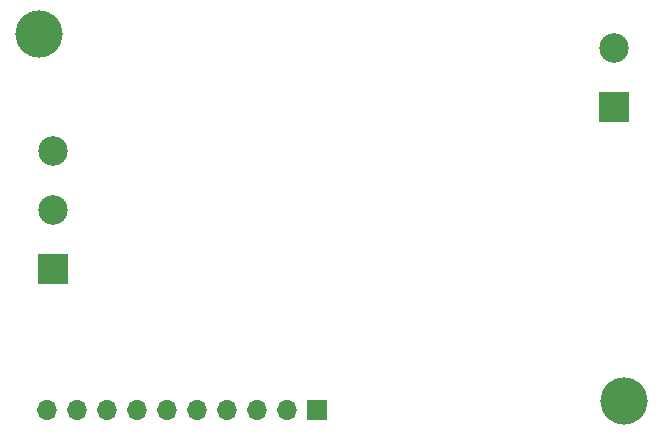
<source format=gbr>
%TF.GenerationSoftware,KiCad,Pcbnew,5.1.10*%
%TF.CreationDate,2021-06-23T21:46:23+08:00*%
%TF.ProjectId,simplefoc,73696d70-6c65-4666-9f63-2e6b69636164,rev?*%
%TF.SameCoordinates,Original*%
%TF.FileFunction,Soldermask,Bot*%
%TF.FilePolarity,Negative*%
%FSLAX46Y46*%
G04 Gerber Fmt 4.6, Leading zero omitted, Abs format (unit mm)*
G04 Created by KiCad (PCBNEW 5.1.10) date 2021-06-23 21:46:23*
%MOMM*%
%LPD*%
G01*
G04 APERTURE LIST*
%ADD10C,4.000000*%
%ADD11R,2.500000X2.500000*%
%ADD12C,2.500000*%
%ADD13R,1.700000X1.700000*%
%ADD14O,1.700000X1.700000*%
G04 APERTURE END LIST*
D10*
%TO.C,REF\u002A\u002A*%
X-88265000Y250190000D03*
%TD*%
%TO.C,REF\u002A\u002A*%
X-137795000Y281305000D03*
%TD*%
D11*
%TO.C,J1*%
X-89154000Y275082000D03*
D12*
X-89154000Y280082000D03*
%TD*%
D11*
%TO.C,J3*%
X-136652000Y261340000D03*
D12*
X-136652000Y266340000D03*
X-136652000Y271340000D03*
%TD*%
D13*
%TO.C,J2*%
X-114300000Y249428000D03*
D14*
X-116840000Y249428000D03*
X-119380000Y249428000D03*
X-121920000Y249428000D03*
X-124460000Y249428000D03*
X-127000000Y249428000D03*
X-129540000Y249428000D03*
X-132080000Y249428000D03*
X-134620000Y249428000D03*
X-137160000Y249428000D03*
%TD*%
M02*

</source>
